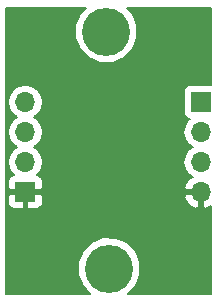
<source format=gtl>
G04 #@! TF.FileFunction,Copper,L1,Top,Signal*
%FSLAX46Y46*%
G04 Gerber Fmt 4.6, Leading zero omitted, Abs format (unit mm)*
G04 Created by KiCad (PCBNEW 4.0.7) date 03/06/18 22:45:02*
%MOMM*%
%LPD*%
G01*
G04 APERTURE LIST*
%ADD10C,0.100000*%
%ADD11R,1.700000X1.700000*%
%ADD12O,1.700000X1.700000*%
%ADD13C,4.064000*%
%ADD14C,0.200000*%
G04 APERTURE END LIST*
D10*
D11*
X154051000Y-94488000D03*
D12*
X154051000Y-97028000D03*
X154051000Y-99568000D03*
X154051000Y-102108000D03*
D11*
X139192000Y-102108000D03*
D12*
X139192000Y-99568000D03*
X139192000Y-97028000D03*
X139192000Y-94488000D03*
D13*
X146050000Y-88519000D03*
X146304000Y-108585000D03*
D14*
G36*
X143820000Y-87026145D02*
X143418458Y-87993166D01*
X143417544Y-89040240D01*
X143817398Y-90007961D01*
X144557145Y-90749000D01*
X145524166Y-91150542D01*
X146571240Y-91151456D01*
X147538961Y-90751602D01*
X148280000Y-90011855D01*
X148681542Y-89044834D01*
X148682456Y-87997760D01*
X148282602Y-87030039D01*
X147780440Y-86527000D01*
X154900000Y-86527000D01*
X154900000Y-93026246D01*
X153201000Y-93026246D01*
X152978654Y-93068083D01*
X152774442Y-93199490D01*
X152637444Y-93399993D01*
X152589246Y-93638000D01*
X152589246Y-95338000D01*
X152631083Y-95560346D01*
X152762490Y-95764558D01*
X152962993Y-95901556D01*
X153105472Y-95930409D01*
X152997288Y-96002695D01*
X152682968Y-96473109D01*
X152572593Y-97028000D01*
X152682968Y-97582891D01*
X152997288Y-98053305D01*
X153363501Y-98298000D01*
X152997288Y-98542695D01*
X152682968Y-99013109D01*
X152572593Y-99568000D01*
X152682968Y-100122891D01*
X152997288Y-100593305D01*
X153376132Y-100846440D01*
X153162146Y-100952259D01*
X152787523Y-101380384D01*
X152643097Y-101729090D01*
X152754111Y-101954000D01*
X153897000Y-101954000D01*
X153897000Y-101934000D01*
X154205000Y-101934000D01*
X154205000Y-101954000D01*
X154225000Y-101954000D01*
X154225000Y-102262000D01*
X154205000Y-102262000D01*
X154205000Y-103405856D01*
X154429911Y-103515915D01*
X154900000Y-103283449D01*
X154900000Y-110704000D01*
X147906761Y-110704000D01*
X148534000Y-110077855D01*
X148935542Y-109110834D01*
X148936456Y-108063760D01*
X148536602Y-107096039D01*
X147796855Y-106355000D01*
X146829834Y-105953458D01*
X145782760Y-105952544D01*
X144815039Y-106352398D01*
X144074000Y-107092145D01*
X143672458Y-108059166D01*
X143671544Y-109106240D01*
X144071398Y-110073961D01*
X144700339Y-110704000D01*
X137581000Y-110704000D01*
X137581000Y-102414000D01*
X137734000Y-102414000D01*
X137734000Y-103078938D01*
X137826562Y-103302404D01*
X137997595Y-103473437D01*
X138221061Y-103566000D01*
X138886000Y-103566000D01*
X139038000Y-103414000D01*
X139038000Y-102262000D01*
X139346000Y-102262000D01*
X139346000Y-103414000D01*
X139498000Y-103566000D01*
X140162939Y-103566000D01*
X140386405Y-103473437D01*
X140557438Y-103302404D01*
X140650000Y-103078938D01*
X140650000Y-102486910D01*
X152643097Y-102486910D01*
X152787523Y-102835616D01*
X153162146Y-103263741D01*
X153672089Y-103515915D01*
X153897000Y-103405856D01*
X153897000Y-102262000D01*
X152754111Y-102262000D01*
X152643097Y-102486910D01*
X140650000Y-102486910D01*
X140650000Y-102414000D01*
X140498000Y-102262000D01*
X139346000Y-102262000D01*
X139038000Y-102262000D01*
X137886000Y-102262000D01*
X137734000Y-102414000D01*
X137581000Y-102414000D01*
X137581000Y-94488000D01*
X137713593Y-94488000D01*
X137823968Y-95042891D01*
X138138288Y-95513305D01*
X138504501Y-95758000D01*
X138138288Y-96002695D01*
X137823968Y-96473109D01*
X137713593Y-97028000D01*
X137823968Y-97582891D01*
X138138288Y-98053305D01*
X138504501Y-98298000D01*
X138138288Y-98542695D01*
X137823968Y-99013109D01*
X137713593Y-99568000D01*
X137823968Y-100122891D01*
X138138288Y-100593305D01*
X138223138Y-100650000D01*
X138221061Y-100650000D01*
X137997595Y-100742563D01*
X137826562Y-100913596D01*
X137734000Y-101137062D01*
X137734000Y-101802000D01*
X137886000Y-101954000D01*
X139038000Y-101954000D01*
X139038000Y-101934000D01*
X139346000Y-101934000D01*
X139346000Y-101954000D01*
X140498000Y-101954000D01*
X140650000Y-101802000D01*
X140650000Y-101137062D01*
X140557438Y-100913596D01*
X140386405Y-100742563D01*
X140162939Y-100650000D01*
X140160862Y-100650000D01*
X140245712Y-100593305D01*
X140560032Y-100122891D01*
X140670407Y-99568000D01*
X140560032Y-99013109D01*
X140245712Y-98542695D01*
X139879499Y-98298000D01*
X140245712Y-98053305D01*
X140560032Y-97582891D01*
X140670407Y-97028000D01*
X140560032Y-96473109D01*
X140245712Y-96002695D01*
X139879499Y-95758000D01*
X140245712Y-95513305D01*
X140560032Y-95042891D01*
X140670407Y-94488000D01*
X140560032Y-93933109D01*
X140245712Y-93462695D01*
X139775298Y-93148375D01*
X139220407Y-93038000D01*
X139163593Y-93038000D01*
X138608702Y-93148375D01*
X138138288Y-93462695D01*
X137823968Y-93933109D01*
X137713593Y-94488000D01*
X137581000Y-94488000D01*
X137581000Y-86527000D01*
X144320017Y-86527000D01*
X143820000Y-87026145D01*
X143820000Y-87026145D01*
G37*
X143820000Y-87026145D02*
X143418458Y-87993166D01*
X143417544Y-89040240D01*
X143817398Y-90007961D01*
X144557145Y-90749000D01*
X145524166Y-91150542D01*
X146571240Y-91151456D01*
X147538961Y-90751602D01*
X148280000Y-90011855D01*
X148681542Y-89044834D01*
X148682456Y-87997760D01*
X148282602Y-87030039D01*
X147780440Y-86527000D01*
X154900000Y-86527000D01*
X154900000Y-93026246D01*
X153201000Y-93026246D01*
X152978654Y-93068083D01*
X152774442Y-93199490D01*
X152637444Y-93399993D01*
X152589246Y-93638000D01*
X152589246Y-95338000D01*
X152631083Y-95560346D01*
X152762490Y-95764558D01*
X152962993Y-95901556D01*
X153105472Y-95930409D01*
X152997288Y-96002695D01*
X152682968Y-96473109D01*
X152572593Y-97028000D01*
X152682968Y-97582891D01*
X152997288Y-98053305D01*
X153363501Y-98298000D01*
X152997288Y-98542695D01*
X152682968Y-99013109D01*
X152572593Y-99568000D01*
X152682968Y-100122891D01*
X152997288Y-100593305D01*
X153376132Y-100846440D01*
X153162146Y-100952259D01*
X152787523Y-101380384D01*
X152643097Y-101729090D01*
X152754111Y-101954000D01*
X153897000Y-101954000D01*
X153897000Y-101934000D01*
X154205000Y-101934000D01*
X154205000Y-101954000D01*
X154225000Y-101954000D01*
X154225000Y-102262000D01*
X154205000Y-102262000D01*
X154205000Y-103405856D01*
X154429911Y-103515915D01*
X154900000Y-103283449D01*
X154900000Y-110704000D01*
X147906761Y-110704000D01*
X148534000Y-110077855D01*
X148935542Y-109110834D01*
X148936456Y-108063760D01*
X148536602Y-107096039D01*
X147796855Y-106355000D01*
X146829834Y-105953458D01*
X145782760Y-105952544D01*
X144815039Y-106352398D01*
X144074000Y-107092145D01*
X143672458Y-108059166D01*
X143671544Y-109106240D01*
X144071398Y-110073961D01*
X144700339Y-110704000D01*
X137581000Y-110704000D01*
X137581000Y-102414000D01*
X137734000Y-102414000D01*
X137734000Y-103078938D01*
X137826562Y-103302404D01*
X137997595Y-103473437D01*
X138221061Y-103566000D01*
X138886000Y-103566000D01*
X139038000Y-103414000D01*
X139038000Y-102262000D01*
X139346000Y-102262000D01*
X139346000Y-103414000D01*
X139498000Y-103566000D01*
X140162939Y-103566000D01*
X140386405Y-103473437D01*
X140557438Y-103302404D01*
X140650000Y-103078938D01*
X140650000Y-102486910D01*
X152643097Y-102486910D01*
X152787523Y-102835616D01*
X153162146Y-103263741D01*
X153672089Y-103515915D01*
X153897000Y-103405856D01*
X153897000Y-102262000D01*
X152754111Y-102262000D01*
X152643097Y-102486910D01*
X140650000Y-102486910D01*
X140650000Y-102414000D01*
X140498000Y-102262000D01*
X139346000Y-102262000D01*
X139038000Y-102262000D01*
X137886000Y-102262000D01*
X137734000Y-102414000D01*
X137581000Y-102414000D01*
X137581000Y-94488000D01*
X137713593Y-94488000D01*
X137823968Y-95042891D01*
X138138288Y-95513305D01*
X138504501Y-95758000D01*
X138138288Y-96002695D01*
X137823968Y-96473109D01*
X137713593Y-97028000D01*
X137823968Y-97582891D01*
X138138288Y-98053305D01*
X138504501Y-98298000D01*
X138138288Y-98542695D01*
X137823968Y-99013109D01*
X137713593Y-99568000D01*
X137823968Y-100122891D01*
X138138288Y-100593305D01*
X138223138Y-100650000D01*
X138221061Y-100650000D01*
X137997595Y-100742563D01*
X137826562Y-100913596D01*
X137734000Y-101137062D01*
X137734000Y-101802000D01*
X137886000Y-101954000D01*
X139038000Y-101954000D01*
X139038000Y-101934000D01*
X139346000Y-101934000D01*
X139346000Y-101954000D01*
X140498000Y-101954000D01*
X140650000Y-101802000D01*
X140650000Y-101137062D01*
X140557438Y-100913596D01*
X140386405Y-100742563D01*
X140162939Y-100650000D01*
X140160862Y-100650000D01*
X140245712Y-100593305D01*
X140560032Y-100122891D01*
X140670407Y-99568000D01*
X140560032Y-99013109D01*
X140245712Y-98542695D01*
X139879499Y-98298000D01*
X140245712Y-98053305D01*
X140560032Y-97582891D01*
X140670407Y-97028000D01*
X140560032Y-96473109D01*
X140245712Y-96002695D01*
X139879499Y-95758000D01*
X140245712Y-95513305D01*
X140560032Y-95042891D01*
X140670407Y-94488000D01*
X140560032Y-93933109D01*
X140245712Y-93462695D01*
X139775298Y-93148375D01*
X139220407Y-93038000D01*
X139163593Y-93038000D01*
X138608702Y-93148375D01*
X138138288Y-93462695D01*
X137823968Y-93933109D01*
X137713593Y-94488000D01*
X137581000Y-94488000D01*
X137581000Y-86527000D01*
X144320017Y-86527000D01*
X143820000Y-87026145D01*
M02*

</source>
